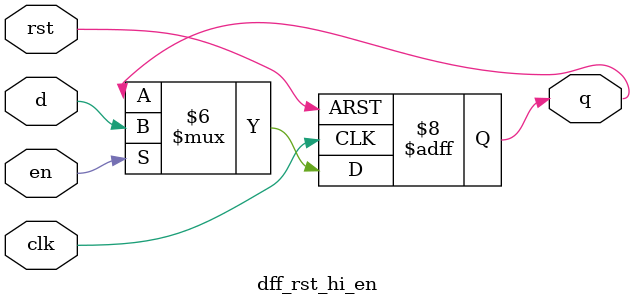
<source format=sv>
module dff_rst_hi_en (
	output logic q,
	input logic d, 
	input logic clk,
	input logic rst,	// Asynchronous active low
	input logic en
);

always_ff @(posedge clk or negedge rst) begin
	if (!rst == 1'b1) begin
		q <= 1'b1;
	end
	else if (en == 1'b1) begin
		q <= d;
	end
	else begin
		q <= q;
	end
end

endmodule

</source>
